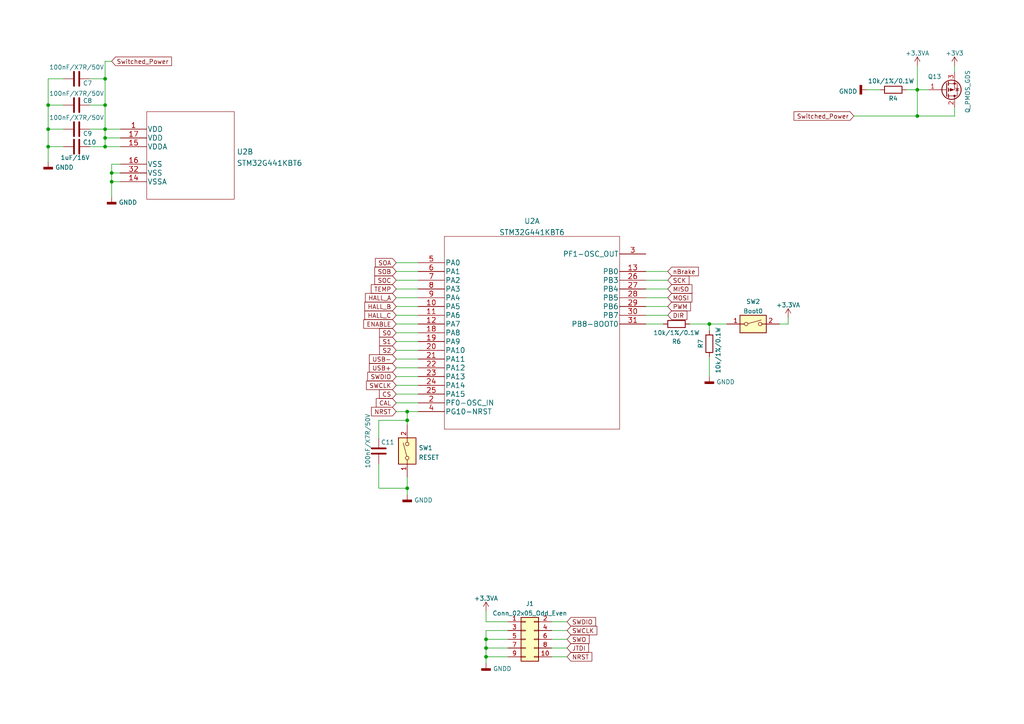
<source format=kicad_sch>
(kicad_sch (version 20211123) (generator eeschema)
  (paper "A4")
  (lib_symbols
    (symbol "Connector_Generic:Conn_02x05_Odd_Even" (pin_names (offset 1.016) hide)
      (property "Reference" "J" (at 1.27 7.62 0))
      (property "Value" "Conn_02x05_Odd_Even" (at 1.27 -7.62 0))
      (symbol "Conn_02x05_Odd_Even_1_1"
        (rectangle (start -1.27 -4.953) (end 0 -5.207) (stroke (width 0.1524)))
        (rectangle (start -1.27 -2.413) (end 0 -2.667) (stroke (width 0.1524)))
        (rectangle (start -1.27 0.127) (end 0 -0.127) (stroke (width 0.1524)))
        (rectangle (start -1.27 2.667) (end 0 2.413) (stroke (width 0.1524)))
        (rectangle (start -1.27 5.207) (end 0 4.953) (stroke (width 0.1524)))
        (rectangle (start -1.27 6.35) (end 3.81 -6.35) (stroke (width 0.254)) (fill (type background)))
        (rectangle (start 3.81 -4.953) (end 2.54 -5.207) (stroke (width 0.1524)))
        (rectangle (start 3.81 -2.413) (end 2.54 -2.667) (stroke (width 0.1524)))
        (rectangle (start 3.81 0.127) (end 2.54 -0.127) (stroke (width 0.1524)))
        (rectangle (start 3.81 2.667) (end 2.54 2.413) (stroke (width 0.1524)))
        (rectangle (start 3.81 5.207) (end 2.54 4.953) (stroke (width 0.1524)))
        (pin passive line (at -5.08 5.08 0) (length 3.81) (name "Pin_1") (number "1"))
        (pin passive line (at 7.62 -5.08 180) (length 3.81) (name "Pin_10") (number "10"))
        (pin passive line (at 7.62 5.08 180) (length 3.81) (name "Pin_2") (number "2"))
        (pin passive line (at -5.08 2.54 0) (length 3.81) (name "Pin_3") (number "3"))
        (pin passive line (at 7.62 2.54 180) (length 3.81) (name "Pin_4") (number "4"))
        (pin passive line (at -5.08 0 0) (length 3.81) (name "Pin_5") (number "5"))
        (pin passive line (at 7.62 0 180) (length 3.81) (name "Pin_6") (number "6"))
        (pin passive line (at -5.08 -2.54 0) (length 3.81) (name "Pin_7") (number "7"))
        (pin passive line (at 7.62 -2.54 180) (length 3.81) (name "Pin_8") (number "8"))
        (pin passive line (at -5.08 -5.08 0) (length 3.81) (name "Pin_9") (number "9"))
      )
    )
    (symbol "Device:C" (pin_numbers hide) (pin_names (offset 0.254))
      (property "Reference" "C" (at 0.635 2.54 0))
      (property "Value" "C" (at 0.635 -2.54 0))
      (symbol "C_0_1"
        (polyline (pts (xy -2.032 -0.762) (xy 2.032 -0.762)) (stroke (width 0.508)))
        (polyline (pts (xy -2.032 0.762) (xy 2.032 0.762)) (stroke (width 0.508)))
      )
      (symbol "C_1_1"
        (pin passive line (at 0 3.81 270) (length 2.794) (name "~") (number "1"))
        (pin passive line (at 0 -3.81 90) (length 2.794) (name "~") (number "2"))
      )
    )
    (symbol "Device:Q_PMOS_GDS" (pin_names (offset 0) hide)
      (property "Reference" "Q" (at 5.08 1.27 0))
      (property "Value" "Q_PMOS_GDS" (at 5.08 -1.27 0))
      (symbol "Q_PMOS_GDS_0_1"
        (polyline (pts (xy 0.254 0) (xy -2.54 0)))
        (polyline (pts (xy 0.254 1.905) (xy 0.254 -1.905)) (stroke (width 0.254)))
        (polyline (pts (xy 0.762 -1.27) (xy 0.762 -2.286)) (stroke (width 0.254)))
        (polyline (pts (xy 0.762 0.508) (xy 0.762 -0.508)) (stroke (width 0.254)))
        (polyline (pts (xy 0.762 2.286) (xy 0.762 1.27)) (stroke (width 0.254)))
        (polyline (pts (xy 2.54 2.54) (xy 2.54 1.778)))
        (polyline (pts (xy 2.54 -2.54) (xy 2.54 0) (xy 0.762 0)))
        (polyline (pts (xy 0.762 1.778) (xy 3.302 1.778) (xy 3.302 -1.778) (xy 0.762 -1.778)))
        (polyline (pts (xy 2.286 0) (xy 1.27 0.381) (xy 1.27 -0.381) (xy 2.286 0)) (fill (type outline)))
        (polyline (pts (xy 2.794 -0.508) (xy 2.921 -0.381) (xy 3.683 -0.381) (xy 3.81 -0.254)))
        (polyline (pts (xy 3.302 -0.381) (xy 2.921 0.254) (xy 3.683 0.254) (xy 3.302 -0.381)))
        (circle (center 1.651 0) (radius 2.794) (stroke (width 0.254)))
        (circle (center 2.54 -1.778) (radius 0.254) (fill (type outline)))
        (circle (center 2.54 1.778) (radius 0.254) (fill (type outline)))
      )
      (symbol "Q_PMOS_GDS_1_1"
        (pin input line (at -5.08 0 0) (length 2.54) (name "G") (number "1"))
        (pin passive line (at 2.54 5.08 270) (length 2.54) (name "D") (number "2"))
        (pin passive line (at 2.54 -5.08 90) (length 2.54) (name "S") (number "3"))
      )
    )
    (symbol "Device:R" (pin_numbers hide) (pin_names (offset 0))
      (property "Reference" "R" (at 2.032 0 90))
      (property "Value" "R" (at 0 0 90))
      (symbol "R_0_1"
        (rectangle (start -1.016 -2.54) (end 1.016 2.54) (stroke (width 0.254)))
      )
      (symbol "R_1_1"
        (pin passive line (at 0 3.81 270) (length 1.27) (name "~") (number "1"))
        (pin passive line (at 0 -3.81 90) (length 1.27) (name "~") (number "2"))
      )
    )
    (symbol "STM32G441KBT:STM32G441KBT3" (pin_names (offset 0.254))
      (property "Reference" "U" (at 33.02 12.7 0))
      (property "Value" "STM32G441KBT3" (at 33.02 10.16 0))
      (symbol "STM32G441KBT3_1_1"
        (polyline (pts (xy 7.62 -48.26) (xy 58.42 -48.26)) (stroke (width 0.127)))
        (polyline (pts (xy 7.62 7.62) (xy 7.62 -48.26)) (stroke (width 0.127)))
        (polyline (pts (xy 58.42 -48.26) (xy 58.42 7.62)) (stroke (width 0.127)))
        (polyline (pts (xy 58.42 7.62) (xy 7.62 7.62)) (stroke (width 0.127)))
        (pin bidirectional line (at 0 -12.7 0) (length 7.62) (name "PA5") (number "10"))
        (pin bidirectional line (at 0 -15.24 0) (length 7.62) (name "PA6") (number "11"))
        (pin bidirectional line (at 0 -17.78 0) (length 7.62) (name "PA7") (number "12"))
        (pin bidirectional line (at 66.04 -2.54 180) (length 7.62) (name "PB0") (number "13"))
        (pin bidirectional line (at 0 -20.32 0) (length 7.62) (name "PA8") (number "18"))
        (pin bidirectional line (at 0 -22.86 0) (length 7.62) (name "PA9") (number "19"))
        (pin bidirectional line (at 0 -40.64 0) (length 7.62) (name "PF0-OSC_IN") (number "2"))
        (pin bidirectional line (at 0 -25.4 0) (length 7.62) (name "PA10") (number "20"))
        (pin bidirectional line (at 0 -27.94 0) (length 7.62) (name "PA11") (number "21"))
        (pin bidirectional line (at 0 -30.48 0) (length 7.62) (name "PA12") (number "22"))
        (pin bidirectional line (at 0 -33.02 0) (length 7.62) (name "PA13") (number "23"))
        (pin bidirectional line (at 0 -35.56 0) (length 7.62) (name "PA14") (number "24"))
        (pin bidirectional line (at 0 -38.1 0) (length 7.62) (name "PA15") (number "25"))
        (pin bidirectional line (at 66.04 -5.08 180) (length 7.62) (name "PB3") (number "26"))
        (pin bidirectional line (at 66.04 -7.62 180) (length 7.62) (name "PB4") (number "27"))
        (pin bidirectional line (at 66.04 -10.16 180) (length 7.62) (name "PB5") (number "28"))
        (pin bidirectional line (at 66.04 -12.7 180) (length 7.62) (name "PB6") (number "29"))
        (pin bidirectional line (at 66.04 2.54 180) (length 7.62) (name "PF1-OSC_OUT") (number "3"))
        (pin bidirectional line (at 66.04 -15.24 180) (length 7.62) (name "PB7") (number "30"))
        (pin bidirectional line (at 66.04 -17.78 180) (length 7.62) (name "PB8-BOOT0") (number "31"))
        (pin bidirectional line (at 0 -43.18 0) (length 7.62) (name "PG10-NRST") (number "4"))
        (pin bidirectional line (at 0 0 0) (length 7.62) (name "PA0") (number "5"))
        (pin bidirectional line (at 0 -2.54 0) (length 7.62) (name "PA1") (number "6"))
        (pin bidirectional line (at 0 -5.08 0) (length 7.62) (name "PA2") (number "7"))
        (pin bidirectional line (at 0 -7.62 0) (length 7.62) (name "PA3") (number "8"))
        (pin bidirectional line (at 0 -10.16 0) (length 7.62) (name "PA4") (number "9"))
      )
      (symbol "STM32G441KBT3_2_1"
        (polyline (pts (xy 7.62 -20.32) (xy 33.02 -20.32)) (stroke (width 0.127)))
        (polyline (pts (xy 7.62 5.08) (xy 7.62 -20.32)) (stroke (width 0.127)))
        (polyline (pts (xy 33.02 -20.32) (xy 33.02 5.08)) (stroke (width 0.127)))
        (polyline (pts (xy 33.02 5.08) (xy 7.62 5.08)) (stroke (width 0.127)))
        (pin power_in line (at 0 0 0) (length 7.62) (name "VDD") (number "1"))
        (pin power_in line (at 0 -15.24 0) (length 7.62) (name "VSSA") (number "14"))
        (pin power_in line (at 0 -5.08 0) (length 7.62) (name "VDDA") (number "15"))
        (pin power_in line (at 0 -10.16 0) (length 7.62) (name "VSS") (number "16"))
        (pin power_in line (at 0 -2.54 0) (length 7.62) (name "VDD") (number "17"))
        (pin power_in line (at 0 -12.7 0) (length 7.62) (name "VSS") (number "32"))
      )
    )
    (symbol "Switch:SW_DIP_x01" (pin_names (offset 0) hide)
      (property "Reference" "SW" (at 0 3.81 0))
      (property "Value" "SW_DIP_x01" (at 0 -3.81 0))
      (symbol "SW_DIP_x01_0_0"
        (circle (center -2.032 0) (radius 0.508))
        (polyline (pts (xy -1.524 0.127) (xy 2.3622 1.1684)))
        (circle (center 2.032 0) (radius 0.508))
      )
      (symbol "SW_DIP_x01_0_1"
        (rectangle (start -3.81 2.54) (end 3.81 -2.54) (stroke (width 0.254)) (fill (type background)))
      )
      (symbol "SW_DIP_x01_1_1"
        (pin passive line (at -7.62 0 0) (length 5.08) (name "~") (number "1"))
        (pin passive line (at 7.62 0 180) (length 5.08) (name "~") (number "2"))
      )
    )
    (symbol "power:+3.3V" (power) (pin_names (offset 0))
      (property "Value" "+3.3V" (at 0 3.556 0))
      (symbol "+3.3V_0_1"
        (polyline (pts (xy -0.762 1.27) (xy 0 2.54)))
        (polyline (pts (xy 0 0) (xy 0 2.54)))
        (polyline (pts (xy 0 2.54) (xy 0.762 1.27)))
      )
      (symbol "+3.3V_1_1"
        (pin power_in line (at 0 0 90) (length 0) hide (name "+3V3") (number "1"))
      )
    )
    (symbol "power:+3.3VA" (power) (pin_names (offset 0))
      (property "Value" "+3.3VA" (at 0 3.556 0))
      (symbol "+3.3VA_0_1"
        (polyline (pts (xy -0.762 1.27) (xy 0 2.54)))
        (polyline (pts (xy 0 0) (xy 0 2.54)))
        (polyline (pts (xy 0 2.54) (xy 0.762 1.27)))
      )
      (symbol "+3.3VA_1_1"
        (pin power_in line (at 0 0 90) (length 0) hide (name "+3.3VA") (number "1"))
      )
    )
    (symbol "power:GNDD" (power) (pin_names (offset 0))
      (property "Value" "GNDD" (at 0 -3.175 0))
      (symbol "GNDD_0_1"
        (rectangle (start -1.27 -1.524) (end 1.27 -2.032) (stroke (width 0.254)) (fill (type outline)))
        (polyline (pts (xy 0 0) (xy 0 -1.524)))
      )
      (symbol "GNDD_1_1"
        (pin power_in line (at 0 0 270) (length 0) hide (name "GNDD") (number "1"))
      )
    )
  )
  (junction (at 13.97 30.48))
  (junction (at 13.97 42.545))
  (junction (at 32.385 52.705))
  (junction (at 140.97 187.96))
  (junction (at 30.48 42.545))
  (junction (at 32.385 50.165))
  (junction (at 266.065 33.655))
  (junction (at 140.97 185.42))
  (junction (at 140.97 190.5))
  (junction (at 30.48 30.48))
  (junction (at 30.48 40.005))
  (junction (at 118.11 121.92))
  (junction (at 118.11 141.605))
  (junction (at 30.48 22.86))
  (junction (at 13.97 37.465))
  (junction (at 30.48 37.465))
  (junction (at 118.11 119.38))
  (junction (at 266.065 26.035))
  (junction (at 205.74 93.98))
  (wire (pts (xy 30.48 37.465) (xy 34.925 37.465)))
  (wire (pts (xy 30.48 40.005) (xy 30.48 37.465)))
  (wire (pts (xy 30.48 42.545) (xy 34.925 42.545)))
  (wire (pts (xy 147.32 190.5) (xy 140.97 190.5)))
  (wire (pts (xy 114.935 76.2) (xy 121.285 76.2)))
  (wire (pts (xy 114.935 88.9) (xy 121.285 88.9)))
  (wire (pts (xy 30.48 17.78) (xy 32.385 17.78)))
  (wire (pts (xy 114.935 96.52) (xy 121.285 96.52)))
  (wire (pts (xy 160.02 187.96) (xy 164.465 187.96)))
  (wire (pts (xy 205.74 103.505) (xy 205.74 109.22)))
  (wire (pts (xy 114.935 101.6) (xy 121.285 101.6)))
  (wire (pts (xy 147.32 185.42) (xy 140.97 185.42)))
  (wire (pts (xy 266.065 19.05) (xy 266.065 26.035)))
  (wire (pts (xy 140.97 182.88) (xy 140.97 185.42)))
  (wire (pts (xy 114.935 81.28) (xy 121.285 81.28)))
  (wire (pts (xy 109.855 127) (xy 109.855 121.92)))
  (wire (pts (xy 266.065 26.035) (xy 262.89 26.035)))
  (wire (pts (xy 276.86 19.05) (xy 276.86 20.955)))
  (wire (pts (xy 114.935 116.84) (xy 121.285 116.84)))
  (wire (pts (xy 13.97 37.465) (xy 18.415 37.465)))
  (wire (pts (xy 147.32 182.88) (xy 140.97 182.88)))
  (wire (pts (xy 160.02 190.5) (xy 164.465 190.5)))
  (wire (pts (xy 30.48 30.48) (xy 30.48 37.465)))
  (wire (pts (xy 114.935 91.44) (xy 121.285 91.44)))
  (wire (pts (xy 118.11 121.92) (xy 118.11 123.19)))
  (wire (pts (xy 109.855 141.605) (xy 118.11 141.605)))
  (wire (pts (xy 187.325 93.98) (xy 192.405 93.98)))
  (wire (pts (xy 205.74 93.98) (xy 210.82 93.98)))
  (wire (pts (xy 114.935 109.22) (xy 121.285 109.22)))
  (wire (pts (xy 114.935 114.3) (xy 121.285 114.3)))
  (wire (pts (xy 118.11 119.38) (xy 121.285 119.38)))
  (wire (pts (xy 114.935 106.68) (xy 121.285 106.68)))
  (wire (pts (xy 26.035 42.545) (xy 30.48 42.545)))
  (wire (pts (xy 114.935 83.82) (xy 121.285 83.82)))
  (wire (pts (xy 114.935 78.74) (xy 121.285 78.74)))
  (wire (pts (xy 114.935 86.36) (xy 121.285 86.36)))
  (wire (pts (xy 140.97 187.96) (xy 140.97 190.5)))
  (wire (pts (xy 187.325 83.82) (xy 193.675 83.82)))
  (wire (pts (xy 32.385 50.165) (xy 34.925 50.165)))
  (wire (pts (xy 266.065 26.035) (xy 266.065 33.655)))
  (wire (pts (xy 109.855 121.92) (xy 118.11 121.92)))
  (wire (pts (xy 32.385 50.165) (xy 32.385 52.705)))
  (wire (pts (xy 160.02 180.34) (xy 164.465 180.34)))
  (wire (pts (xy 200.025 93.98) (xy 205.74 93.98)))
  (wire (pts (xy 13.97 30.48) (xy 13.97 37.465)))
  (wire (pts (xy 13.97 30.48) (xy 18.415 30.48)))
  (wire (pts (xy 228.6 92.075) (xy 228.6 93.98)))
  (wire (pts (xy 118.11 141.605) (xy 118.11 138.43)))
  (wire (pts (xy 160.02 185.42) (xy 164.465 185.42)))
  (wire (pts (xy 118.11 141.605) (xy 118.11 143.51)))
  (wire (pts (xy 187.325 91.44) (xy 193.675 91.44)))
  (wire (pts (xy 118.11 119.38) (xy 118.11 121.92)))
  (wire (pts (xy 228.6 93.98) (xy 226.06 93.98)))
  (wire (pts (xy 160.02 182.88) (xy 164.465 182.88)))
  (wire (pts (xy 114.935 99.06) (xy 121.285 99.06)))
  (wire (pts (xy 114.935 93.98) (xy 121.285 93.98)))
  (wire (pts (xy 30.48 22.86) (xy 30.48 30.48)))
  (wire (pts (xy 32.385 47.625) (xy 32.385 50.165)))
  (wire (pts (xy 13.97 22.86) (xy 13.97 30.48)))
  (wire (pts (xy 114.935 119.38) (xy 118.11 119.38)))
  (wire (pts (xy 255.27 26.035) (xy 251.46 26.035)))
  (wire (pts (xy 30.48 42.545) (xy 30.48 40.005)))
  (wire (pts (xy 26.035 37.465) (xy 30.48 37.465)))
  (wire (pts (xy 187.325 78.74) (xy 193.675 78.74)))
  (wire (pts (xy 13.97 42.545) (xy 18.415 42.545)))
  (wire (pts (xy 13.97 37.465) (xy 13.97 42.545)))
  (wire (pts (xy 32.385 52.705) (xy 32.385 57.15)))
  (wire (pts (xy 266.065 33.655) (xy 247.65 33.655)))
  (wire (pts (xy 32.385 47.625) (xy 34.925 47.625)))
  (wire (pts (xy 269.24 26.035) (xy 266.065 26.035)))
  (wire (pts (xy 187.325 81.28) (xy 193.675 81.28)))
  (wire (pts (xy 114.935 111.76) (xy 121.285 111.76)))
  (wire (pts (xy 187.325 88.9) (xy 193.675 88.9)))
  (wire (pts (xy 26.035 22.86) (xy 30.48 22.86)))
  (wire (pts (xy 140.97 187.96) (xy 147.32 187.96)))
  (wire (pts (xy 13.97 22.86) (xy 18.415 22.86)))
  (wire (pts (xy 34.925 52.705) (xy 32.385 52.705)))
  (wire (pts (xy 276.86 31.115) (xy 276.86 33.655)))
  (wire (pts (xy 30.48 17.78) (xy 30.48 22.86)))
  (wire (pts (xy 205.74 93.98) (xy 205.74 95.885)))
  (wire (pts (xy 276.86 33.655) (xy 266.065 33.655)))
  (wire (pts (xy 109.855 134.62) (xy 109.855 141.605)))
  (wire (pts (xy 147.32 180.34) (xy 140.97 180.34)))
  (wire (pts (xy 140.97 190.5) (xy 140.97 192.405)))
  (wire (pts (xy 114.935 104.14) (xy 121.285 104.14)))
  (wire (pts (xy 140.97 180.34) (xy 140.97 177.165)))
  (wire (pts (xy 30.48 40.005) (xy 34.925 40.005)))
  (wire (pts (xy 187.325 86.36) (xy 193.675 86.36)))
  (wire (pts (xy 140.97 185.42) (xy 140.97 187.96)))
  (wire (pts (xy 26.035 30.48) (xy 30.48 30.48)))
  (wire (pts (xy 13.97 42.545) (xy 13.97 46.99)))
  (global_label "SWO" (shape input) (at 164.465 185.42 0) (property "Intersheet References" "${INTERSHEET_REFS}" (effects hide)))
  (global_label "MISO" (shape input) (at 193.675 83.82 0) (property "Intersheet References" "${INTERSHEET_REFS}" (effects hide)))
  (global_label "SOA" (shape input) (at 114.935 76.2 180) (property "Intersheet References" "${INTERSHEET_REFS}" (effects hide)))
  (global_label "JTDI" (shape input) (at 164.465 187.96 0) (property "Intersheet References" "${INTERSHEET_REFS}" (effects hide)))
  (global_label "SWCLK" (shape input) (at 114.935 111.76 180) (property "Intersheet References" "${INTERSHEET_REFS}" (effects hide)))
  (global_label "Switched_Power" (shape input) (at 247.65 33.655 180) (property "Intersheet References" "${INTERSHEET_REFS}" (effects hide)))
  (global_label "NRST" (shape input) (at 164.465 190.5 0) (property "Intersheet References" "${INTERSHEET_REFS}" (effects hide)))
  (global_label "HALL_C" (shape input) (at 114.935 91.44 180) (property "Intersheet References" "${INTERSHEET_REFS}" (effects hide)))
  (global_label "S1" (shape input) (at 114.935 99.06 180) (property "Intersheet References" "${INTERSHEET_REFS}" (effects hide)))
  (global_label "SWDIO" (shape input) (at 164.465 180.34 0) (property "Intersheet References" "${INTERSHEET_REFS}" (effects hide)))
  (global_label "SOB" (shape input) (at 114.935 78.74 180) (property "Intersheet References" "${INTERSHEET_REFS}" (effects hide)))
  (global_label "MOSI" (shape input) (at 193.675 86.36 0) (property "Intersheet References" "${INTERSHEET_REFS}" (effects hide)))
  (global_label "ENABLE" (shape input) (at 114.935 93.98 180) (property "Intersheet References" "${INTERSHEET_REFS}" (effects hide)))
  (global_label "HALL_A" (shape input) (at 114.935 86.36 180) (property "Intersheet References" "${INTERSHEET_REFS}" (effects hide)))
  (global_label "NRST" (shape input) (at 114.935 119.38 180) (property "Intersheet References" "${INTERSHEET_REFS}" (effects hide)))
  (global_label "CAL" (shape input) (at 114.935 116.84 180) (property "Intersheet References" "${INTERSHEET_REFS}" (effects hide)))
  (global_label "HALL_B" (shape input) (at 114.935 88.9 180) (property "Intersheet References" "${INTERSHEET_REFS}" (effects hide)))
  (global_label "SCK" (shape input) (at 193.675 81.28 0) (property "Intersheet References" "${INTERSHEET_REFS}" (effects hide)))
  (global_label "DIR" (shape input) (at 193.675 91.44 0) (property "Intersheet References" "${INTERSHEET_REFS}" (effects hide)))
  (global_label "Switched_Power" (shape input) (at 32.385 17.78 0) (property "Intersheet References" "${INTERSHEET_REFS}" (effects hide)))
  (global_label "CS" (shape input) (at 114.935 114.3 180) (property "Intersheet References" "${INTERSHEET_REFS}" (effects hide)))
  (global_label "SWDIO" (shape input) (at 114.935 109.22 180) (property "Intersheet References" "${INTERSHEET_REFS}" (effects hide)))
  (global_label "USB-" (shape input) (at 114.935 104.14 180) (property "Intersheet References" "${INTERSHEET_REFS}" (effects hide)))
  (global_label "S2" (shape input) (at 114.935 101.6 180) (property "Intersheet References" "${INTERSHEET_REFS}" (effects hide)))
  (global_label "PWM" (shape input) (at 193.675 88.9 0) (property "Intersheet References" "${INTERSHEET_REFS}" (effects hide)))
  (global_label "nBrake" (shape input) (at 193.675 78.74 0) (property "Intersheet References" "${INTERSHEET_REFS}" (effects hide)))
  (global_label "TEMP" (shape input) (at 114.935 83.82 180) (property "Intersheet References" "${INTERSHEET_REFS}" (effects hide)))
  (global_label "SWCLK" (shape input) (at 164.465 182.88 0) (property "Intersheet References" "${INTERSHEET_REFS}" (effects hide)))
  (global_label "S0" (shape input) (at 114.935 96.52 180) (property "Intersheet References" "${INTERSHEET_REFS}" (effects hide)))
  (global_label "SOC" (shape input) (at 114.935 81.28 180) (property "Intersheet References" "${INTERSHEET_REFS}" (effects hide)))
  (global_label "USB+" (shape input) (at 114.935 106.68 180) (property "Intersheet References" "${INTERSHEET_REFS}" (effects hide)))
  (symbol (lib_id "STM32G441KBT:STM32G441KBT3") (at 34.925 37.465 0) (unit 2)
    (property "Reference" "U2" (at 68.6435 44.0203 0) (effects (font (size 1.524 1.524)) (justify left)))
    (property "Value" "STM32G441KBT6" (at 68.6435 47.2993 0) (effects (font (size 1.524 1.524)) (justify left)))
    (property "Footprint" "ul_STM32G441KBT3:STM32G441KBT3" (effects hide))
    (property "Supplier" "Digikey" (effects hide))
    (property "MPN" "497-STM32G441KBT6-ND" (effects hide))
    (property "Supplier_PN" "STM32G441KBT6" (effects hide))
  )
  (symbol (lib_id "Connector_Generic:Conn_02x05_Odd_Even") (at 152.4 185.42 0) (unit 1)
    (property "Reference" "J1" (at 153.67 175.1035 0))
    (property "Value" "Conn_02x05_Odd_Even" (at 153.67 177.8786 0))
    (property "Footprint" "3220-10-0100-00:3220-10-0100-00" (effects hide))
    (property "MPN" "3220-10-0100-00" (effects hide))
    (property "Supplier" "Digikey" (effects hide))
    (property "Supplier_PN" "1175-1627-ND" (effects hide))
  )
  (symbol (lib_id "power:GNDD") (at 251.46 26.035 270) (mirror x) (unit 1)
    (property "Reference" "#PWR034" (effects hide))
    (property "Value" "GNDD" (at 248.666 26.514 90) (effects (justify right)))
  )
  (symbol (lib_id "STM32G441KBT:STM32G441KBT3") (at 121.285 76.2 0) (unit 1)
    (property "Reference" "U2" (at 154.305 64.1126 0) (effects (font (size 1.524 1.524))))
    (property "Value" "STM32G441KBT6" (at 154.305 67.3916 0) (effects (font (size 1.524 1.524))))
    (property "Footprint" "ul_STM32G441KBT3:STM32G441KBT3" (effects hide))
    (property "Supplier" "Digikey" (effects hide))
    (property "MPN" "497-STM32G441KBT6-ND" (effects hide))
    (property "Supplier_PN" "STM32G441KBT6" (effects hide))
  )
  (symbol (lib_id "power:+3.3V") (at 276.86 19.05 0) (mirror y) (unit 1)
    (property "Reference" "#PWR036" (effects hide))
    (property "Value" "+3.3V" (at 276.86 15.4455 0))
  )
  (symbol (lib_id "power:+3.3VA") (at 266.065 19.05 0) (mirror y) (unit 1)
    (property "Reference" "#PWR035" (effects hide))
    (property "Value" "+3.3VA" (at 266.065 15.4455 0))
  )
  (symbol (lib_id "power:GNDD") (at 13.97 46.99 0) (unit 1)
    (property "Reference" "#PWR011" (effects hide))
    (property "Value" "GNDD" (at 16.002 48.5485 0) (effects (justify left)))
  )
  (symbol (lib_id "power:GNDD") (at 32.385 57.15 0) (unit 1)
    (property "Reference" "#PWR013" (effects hide))
    (property "Value" "GNDD" (at 34.417 58.7085 0) (effects (justify left)))
  )
  (symbol (lib_id "Device:R") (at 205.74 99.695 180) (unit 1)
    (property "Reference" "R7" (at 203.2 99.695 90))
    (property "Value" "10k/1%/0.1W" (at 208.28 101.6 90))
    (property "Footprint" "Resistor_SMD:R_0603_1608Metric" (effects hide))
    (property "MPN" "RMCF0603FT10K0" (effects hide))
    (property "Supplier" "Digikey" (effects hide))
    (property "Supplier_PN" "RMCF0603FT10K0CT-ND" (effects hide))
  )
  (symbol (lib_id "power:GNDD") (at 205.74 109.22 0) (unit 1)
    (property "Reference" "#PWR015" (effects hide))
    (property "Value" "GNDD" (at 207.772 110.7785 0) (effects (justify left)))
  )
  (symbol (lib_id "Device:C") (at 22.225 22.86 90) (unit 1)
    (property "Reference" "C7" (at 25.4 24.13 90))
    (property "Value" "100nF/X7R/50V" (at 22.225 19.5096 90))
    (property "Footprint" "Capacitor_SMD:C_0603_1608Metric" (effects hide))
    (property "MPN" "CL10B104KB8WPNC" (effects hide))
    (property "Supplier" "Digikey" (effects hide))
    (property "Supplier_PN" "1276-6854-1-ND" (effects hide))
  )
  (symbol (lib_id "power:GNDD") (at 118.11 143.51 0) (unit 1)
    (property "Reference" "#PWR014" (effects hide))
    (property "Value" "GNDD" (at 120.142 145.0685 0) (effects (justify left)))
  )
  (symbol (lib_id "Device:R") (at 259.08 26.035 90) (mirror x) (unit 1)
    (property "Reference" "R4" (at 259.08 28.575 90))
    (property "Value" "10k/1%/0.1W" (at 258.445 23.495 90))
    (property "Footprint" "Resistor_SMD:R_0603_1608Metric" (effects hide))
    (property "MPN" "RMCF0603FT10K0" (effects hide))
    (property "Supplier" "Digikey" (effects hide))
    (property "Supplier_PN" "RMCF0603FT10K0CT-ND" (effects hide))
  )
  (symbol (lib_id "Device:C") (at 109.855 130.81 0) (unit 1)
    (property "Reference" "C11" (at 110.49 128.27 0) (effects (justify left)))
    (property "Value" "100nF/X7R/50V" (at 106.68 135.89 90) (effects (justify left)))
    (property "Footprint" "Capacitor_SMD:C_0603_1608Metric" (effects hide))
    (property "MPN" "CL10B104KB8WPNC" (effects hide))
    (property "Supplier" "Digikey" (effects hide))
    (property "Supplier_PN" "1276-6854-1-ND" (effects hide))
  )
  (symbol (lib_id "Switch:SW_DIP_x01") (at 118.11 130.81 90) (unit 1)
    (property "Reference" "SW1" (at 121.412 129.9015 90) (effects (justify right)))
    (property "Value" "RESET" (at 121.412 132.6766 90) (effects (justify right)))
    (property "Supplier" "Digikey" (effects hide))
  )
  (symbol (lib_id "Device:R") (at 196.215 93.98 270) (unit 1)
    (property "Reference" "R6" (at 196.215 99.06 90))
    (property "Value" "10k/1%/0.1W" (at 196.215 96.52 90))
    (property "Footprint" "Resistor_SMD:R_0603_1608Metric" (effects hide))
    (property "MPN" "RMCF0603FT10K0" (effects hide))
    (property "Supplier" "Digikey" (effects hide))
    (property "Supplier_PN" "RMCF0603FT10K0CT-ND" (effects hide))
  )
  (symbol (lib_id "Switch:SW_DIP_x01") (at 218.44 93.98 0) (unit 1)
    (property "Reference" "SW2" (at 218.44 87.4735 0))
    (property "Value" "Boot0" (at 218.44 90.2486 0))
    (property "Supplier" "Digikey" (effects hide))
  )
  (symbol (lib_id "Device:Q_PMOS_GDS") (at 274.32 26.035 0) (mirror x) (unit 1)
    (property "Reference" "Q13" (at 273.05 22.225 0) (effects (justify right)))
    (property "Value" "Q_PMOS_GDS" (at 280.67 20.32 90) (effects (justify left)))
  )
  (symbol (lib_id "power:+3.3VA") (at 228.6 92.075 0) (unit 1)
    (property "Reference" "#PWR016" (effects hide))
    (property "Value" "+3.3VA" (at 228.6 88.4705 0))
  )
  (symbol (lib_id "power:+3.3VA") (at 140.97 177.165 0) (unit 1)
    (property "Reference" "#PWR025" (effects hide))
    (property "Value" "+3.3VA" (at 140.97 173.5605 0))
  )
  (symbol (lib_id "power:GNDD") (at 140.97 192.405 0) (unit 1)
    (property "Reference" "#PWR026" (effects hide))
    (property "Value" "GNDD" (at 143.002 193.9635 0) (effects (justify left)))
  )
  (symbol (lib_id "Device:C") (at 22.225 30.48 90) (unit 1)
    (property "Reference" "C8" (at 25.4 29.21 90))
    (property "Value" "100nF/X7R/50V" (at 22.225 27.1296 90))
    (property "Footprint" "Capacitor_SMD:C_0603_1608Metric" (effects hide))
    (property "MPN" "CL10B104KB8WPNC" (effects hide))
    (property "Supplier" "Digikey" (effects hide))
    (property "Supplier_PN" "1276-6854-1-ND" (effects hide))
  )
  (symbol (lib_id "Device:C") (at 22.225 42.545 90) (unit 1)
    (property "Reference" "C10" (at 27.94 41.275 90) (effects (justify left)))
    (property "Value" "1uF/16V" (at 26.035 45.72 90) (effects (justify left)))
    (property "Footprint" "Capacitor_SMD:C_0603_1608Metric" (effects hide))
    (property "MPN" "C0603C105K4RAC7867" (effects hide))
    (property "Supplier" "Digikey" (effects hide))
    (property "Supplier_PN" "399-C0603C105K4RAC7867CT-ND" (effects hide))
  )
  (symbol (lib_id "Device:C") (at 22.225 37.465 90) (unit 1)
    (property "Reference" "C9" (at 25.4 38.735 90))
    (property "Value" "100nF/X7R/50V" (at 22.225 34.1146 90))
    (property "Footprint" "Capacitor_SMD:C_0603_1608Metric" (effects hide))
    (property "MPN" "CL10B104KB8WPNC" (effects hide))
    (property "Supplier" "Digikey" (effects hide))
    (property "Supplier_PN" "1276-6854-1-ND" (effects hide))
  )
)
</source>
